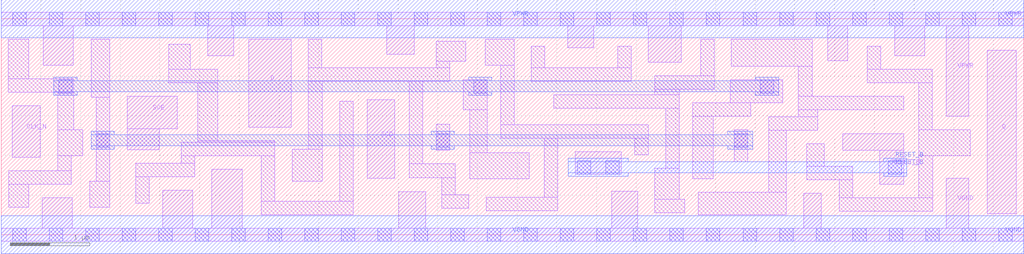
<source format=lef>
# Copyright 2020 The SkyWater PDK Authors
#
# Licensed under the Apache License, Version 2.0 (the "License");
# you may not use this file except in compliance with the License.
# You may obtain a copy of the License at
#
#     https://www.apache.org/licenses/LICENSE-2.0
#
# Unless required by applicable law or agreed to in writing, software
# distributed under the License is distributed on an "AS IS" BASIS,
# WITHOUT WARRANTIES OR CONDITIONS OF ANY KIND, either express or implied.
# See the License for the specific language governing permissions and
# limitations under the License.
#
# SPDX-License-Identifier: Apache-2.0

VERSION 5.7 ;
  NAMESCASESENSITIVE ON ;
  NOWIREEXTENSIONATPIN ON ;
  DIVIDERCHAR "/" ;
  BUSBITCHARS "[]" ;
UNITS
  DATABASE MICRONS 200 ;
END UNITS
PROPERTYDEFINITIONS
  MACRO maskLayoutSubType STRING ;
  MACRO prCellType STRING ;
  MACRO originalViewName STRING ;
END PROPERTYDEFINITIONS
MACRO sky130_fd_sc_hdll__sdfrtn_1
  CLASS CORE ;
  FOREIGN sky130_fd_sc_hdll__sdfrtn_1 ;
  ORIGIN  0.000000  0.000000 ;
  SIZE  12.88000 BY  2.720000 ;
  SYMMETRY X Y R90 ;
  SITE unithd ;
  PIN CLK_N
    ANTENNAGATEAREA  0.277500 ;
    DIRECTION INPUT ;
    USE SIGNAL ;
    PORT
      LAYER li1 ;
        RECT 0.140000 0.975000 0.490000 1.625000 ;
    END
  END CLK_N
  PIN D
    ANTENNAGATEAREA  0.160200 ;
    DIRECTION INPUT ;
    USE SIGNAL ;
    PORT
      LAYER li1 ;
        RECT 3.120000 1.355000 3.655000 2.465000 ;
    END
  END D
  PIN Q
    ANTENNADIFFAREA  0.513250 ;
    DIRECTION OUTPUT ;
    USE SIGNAL ;
    PORT
      LAYER li1 ;
        RECT 12.420000 0.265000 12.785000 2.325000 ;
    END
  END Q
  PIN RESET_B
    ANTENNAGATEAREA  0.277200 ;
    DIRECTION INPUT ;
    USE SIGNAL ;
    PORT
      LAYER li1 ;
        RECT  7.230000 0.765000  7.810000 1.045000 ;
        RECT 10.600000 1.065000 11.370000 1.275000 ;
        RECT 11.065000 0.635000 11.370000 1.065000 ;
      LAYER mcon ;
        RECT  7.255000 0.765000  7.425000 0.935000 ;
        RECT  7.615000 0.765000  7.785000 0.935000 ;
        RECT 11.175000 0.765000 11.345000 0.935000 ;
      LAYER met1 ;
        RECT  7.145000 0.735000  7.900000 0.780000 ;
        RECT  7.145000 0.780000 11.405000 0.920000 ;
        RECT  7.145000 0.920000  7.900000 0.965000 ;
        RECT 11.115000 0.735000 11.405000 0.780000 ;
        RECT 11.115000 0.920000 11.405000 0.965000 ;
    END
  END RESET_B
  PIN SCD
    ANTENNAGATEAREA  0.172800 ;
    DIRECTION INPUT ;
    USE SIGNAL ;
    PORT
      LAYER li1 ;
        RECT 4.610000 0.710000 4.955000 1.700000 ;
    END
  END SCD
  PIN SCE
    ANTENNAGATEAREA  0.467400 ;
    DIRECTION INPUT ;
    USE SIGNAL ;
    PORT
      LAYER li1 ;
        RECT 1.585000 1.070000 1.990000 1.335000 ;
        RECT 1.585000 1.335000 2.220000 1.745000 ;
    END
  END SCE
  PIN VGND
    ANTENNADIFFAREA  1.353300 ;
    DIRECTION INOUT ;
    USE SIGNAL ;
    PORT
      LAYER li1 ;
        RECT  0.000000 -0.085000 12.880000 0.085000 ;
        RECT  0.515000  0.085000  0.895000 0.465000 ;
        RECT  2.035000  0.085000  2.415000 0.560000 ;
        RECT  2.655000  0.085000  3.035000 0.825000 ;
        RECT  5.005000  0.085000  5.350000 0.540000 ;
        RECT  7.690000  0.085000  8.020000 0.545000 ;
        RECT 10.110000  0.085000 10.330000 0.525000 ;
        RECT 11.905000  0.085000 12.190000 0.710000 ;
      LAYER mcon ;
        RECT  0.145000 -0.085000  0.315000 0.085000 ;
        RECT  0.605000 -0.085000  0.775000 0.085000 ;
        RECT  1.065000 -0.085000  1.235000 0.085000 ;
        RECT  1.525000 -0.085000  1.695000 0.085000 ;
        RECT  1.985000 -0.085000  2.155000 0.085000 ;
        RECT  2.445000 -0.085000  2.615000 0.085000 ;
        RECT  2.905000 -0.085000  3.075000 0.085000 ;
        RECT  3.365000 -0.085000  3.535000 0.085000 ;
        RECT  3.825000 -0.085000  3.995000 0.085000 ;
        RECT  4.285000 -0.085000  4.455000 0.085000 ;
        RECT  4.745000 -0.085000  4.915000 0.085000 ;
        RECT  5.205000 -0.085000  5.375000 0.085000 ;
        RECT  5.665000 -0.085000  5.835000 0.085000 ;
        RECT  6.125000 -0.085000  6.295000 0.085000 ;
        RECT  6.585000 -0.085000  6.755000 0.085000 ;
        RECT  7.045000 -0.085000  7.215000 0.085000 ;
        RECT  7.505000 -0.085000  7.675000 0.085000 ;
        RECT  7.965000 -0.085000  8.135000 0.085000 ;
        RECT  8.425000 -0.085000  8.595000 0.085000 ;
        RECT  8.885000 -0.085000  9.055000 0.085000 ;
        RECT  9.345000 -0.085000  9.515000 0.085000 ;
        RECT  9.805000 -0.085000  9.975000 0.085000 ;
        RECT 10.265000 -0.085000 10.435000 0.085000 ;
        RECT 10.725000 -0.085000 10.895000 0.085000 ;
        RECT 11.185000 -0.085000 11.355000 0.085000 ;
        RECT 11.645000 -0.085000 11.815000 0.085000 ;
        RECT 12.105000 -0.085000 12.275000 0.085000 ;
        RECT 12.565000 -0.085000 12.735000 0.085000 ;
      LAYER met1 ;
        RECT 0.000000 -0.240000 12.880000 0.240000 ;
    END
  END VGND
  PIN VPWR
    ANTENNADIFFAREA  1.639800 ;
    DIRECTION INOUT ;
    USE SIGNAL ;
    PORT
      LAYER li1 ;
        RECT  0.000000 2.635000 12.880000 2.805000 ;
        RECT  0.530000 2.135000  0.910000 2.635000 ;
        RECT  2.600000 2.255000  2.930000 2.635000 ;
        RECT  4.855000 2.275000  5.205000 2.635000 ;
        RECT  7.135000 2.355000  7.465000 2.635000 ;
        RECT  8.150000 2.175000  8.570000 2.635000 ;
        RECT 10.415000 2.195000 10.665000 2.635000 ;
        RECT 11.255000 2.255000 11.635000 2.635000 ;
        RECT 11.905000 1.495000 12.190000 2.635000 ;
      LAYER mcon ;
        RECT  0.145000 2.635000  0.315000 2.805000 ;
        RECT  0.605000 2.635000  0.775000 2.805000 ;
        RECT  1.065000 2.635000  1.235000 2.805000 ;
        RECT  1.525000 2.635000  1.695000 2.805000 ;
        RECT  1.985000 2.635000  2.155000 2.805000 ;
        RECT  2.445000 2.635000  2.615000 2.805000 ;
        RECT  2.905000 2.635000  3.075000 2.805000 ;
        RECT  3.365000 2.635000  3.535000 2.805000 ;
        RECT  3.825000 2.635000  3.995000 2.805000 ;
        RECT  4.285000 2.635000  4.455000 2.805000 ;
        RECT  4.745000 2.635000  4.915000 2.805000 ;
        RECT  5.205000 2.635000  5.375000 2.805000 ;
        RECT  5.665000 2.635000  5.835000 2.805000 ;
        RECT  6.125000 2.635000  6.295000 2.805000 ;
        RECT  6.585000 2.635000  6.755000 2.805000 ;
        RECT  7.045000 2.635000  7.215000 2.805000 ;
        RECT  7.505000 2.635000  7.675000 2.805000 ;
        RECT  7.965000 2.635000  8.135000 2.805000 ;
        RECT  8.425000 2.635000  8.595000 2.805000 ;
        RECT  8.885000 2.635000  9.055000 2.805000 ;
        RECT  9.345000 2.635000  9.515000 2.805000 ;
        RECT  9.805000 2.635000  9.975000 2.805000 ;
        RECT 10.265000 2.635000 10.435000 2.805000 ;
        RECT 10.725000 2.635000 10.895000 2.805000 ;
        RECT 11.185000 2.635000 11.355000 2.805000 ;
        RECT 11.645000 2.635000 11.815000 2.805000 ;
        RECT 12.105000 2.635000 12.275000 2.805000 ;
        RECT 12.565000 2.635000 12.735000 2.805000 ;
      LAYER met1 ;
        RECT 0.000000 2.480000 12.880000 2.960000 ;
    END
  END VPWR
  OBS
    LAYER li1 ;
      RECT  0.090000 1.795000  0.915000 1.965000 ;
      RECT  0.090000 1.965000  0.345000 2.465000 ;
      RECT  0.095000 0.345000  0.345000 0.635000 ;
      RECT  0.095000 0.635000  0.885000 0.805000 ;
      RECT  0.710000 0.805000  0.885000 0.995000 ;
      RECT  0.710000 0.995000  1.025000 1.325000 ;
      RECT  0.710000 1.325000  0.915000 1.795000 ;
      RECT  1.115000 0.345000  1.365000 0.675000 ;
      RECT  1.135000 1.730000  1.365000 2.465000 ;
      RECT  1.195000 0.675000  1.365000 1.730000 ;
      RECT  1.695000 0.395000  1.865000 0.730000 ;
      RECT  1.695000 0.730000  2.435000 0.900000 ;
      RECT  2.110000 1.915000  2.730000 2.085000 ;
      RECT  2.110000 2.085000  2.380000 2.400000 ;
      RECT  2.265000 0.900000  2.435000 0.995000 ;
      RECT  2.265000 0.995000  3.445000 1.165000 ;
      RECT  2.475000 1.165000  3.445000 1.185000 ;
      RECT  2.475000 1.185000  2.730000 1.915000 ;
      RECT  3.275000 0.255000  4.435000 0.425000 ;
      RECT  3.275000 0.425000  3.445000 0.995000 ;
      RECT  3.665000 0.675000  4.045000 1.075000 ;
      RECT  3.870000 1.075000  4.045000 1.935000 ;
      RECT  3.870000 1.935000  5.650000 2.105000 ;
      RECT  3.870000 2.105000  4.040000 2.465000 ;
      RECT  4.265000 0.425000  4.435000 1.685000 ;
      RECT  5.140000 0.715000  5.720000 0.895000 ;
      RECT  5.140000 0.895000  5.310000 1.935000 ;
      RECT  5.480000 1.065000  5.650000 1.395000 ;
      RECT  5.480000 2.105000  5.650000 2.185000 ;
      RECT  5.480000 2.185000  5.850000 2.435000 ;
      RECT  5.550000 0.335000  5.890000 0.505000 ;
      RECT  5.550000 0.505000  5.720000 0.715000 ;
      RECT  5.820000 1.575000  6.120000 1.955000 ;
      RECT  5.900000 0.705000  6.650000 1.035000 ;
      RECT  5.900000 1.035000  6.120000 1.575000 ;
      RECT  6.095000 2.135000  6.460000 2.465000 ;
      RECT  6.110000 0.305000  7.010000 0.475000 ;
      RECT  6.290000 1.215000  8.150000 1.385000 ;
      RECT  6.290000 1.385000  6.460000 2.135000 ;
      RECT  6.680000 1.935000  7.940000 2.105000 ;
      RECT  6.680000 2.105000  6.850000 2.375000 ;
      RECT  6.840000 0.475000  7.010000 1.215000 ;
      RECT  6.960000 1.595000  8.540000 1.765000 ;
      RECT  7.770000 2.105000  7.940000 2.375000 ;
      RECT  7.980000 1.005000  8.150000 1.215000 ;
      RECT  8.230000 0.275000  8.610000 0.445000 ;
      RECT  8.230000 0.445000  8.540000 0.835000 ;
      RECT  8.230000 1.765000  8.540000 1.835000 ;
      RECT  8.230000 1.835000  8.985000 2.005000 ;
      RECT  8.370000 0.835000  8.540000 1.595000 ;
      RECT  8.710000 0.705000  8.970000 1.495000 ;
      RECT  8.710000 1.495000  9.445000 1.660000 ;
      RECT  8.710000 1.660000  9.845000 1.665000 ;
      RECT  8.780000 0.255000  9.890000 0.535000 ;
      RECT  8.815000 2.005000  8.985000 2.465000 ;
      RECT  9.185000 1.665000  9.845000 1.955000 ;
      RECT  9.195000 2.125000 10.215000 2.465000 ;
      RECT  9.235000 0.920000  9.405000 1.325000 ;
      RECT  9.670000 0.535000  9.890000 1.315000 ;
      RECT  9.670000 1.315000 10.285000 1.485000 ;
      RECT 10.040000 1.485000 10.285000 1.575000 ;
      RECT 10.040000 1.575000 11.370000 1.745000 ;
      RECT 10.040000 1.745000 10.215000 2.125000 ;
      RECT 10.150000 0.695000 10.730000 0.865000 ;
      RECT 10.150000 0.865000 10.370000 1.145000 ;
      RECT 10.560000 0.295000 11.735000 0.465000 ;
      RECT 10.560000 0.465000 10.730000 0.695000 ;
      RECT 10.910000 1.915000 11.730000 2.085000 ;
      RECT 10.910000 2.085000 11.080000 2.375000 ;
      RECT 11.560000 0.465000 11.735000 0.995000 ;
      RECT 11.560000 0.995000 12.205000 1.325000 ;
      RECT 11.560000 1.325000 11.730000 1.915000 ;
    LAYER mcon ;
      RECT 0.725000 1.785000 0.895000 1.955000 ;
      RECT 1.195000 1.105000 1.365000 1.275000 ;
      RECT 5.480000 1.105000 5.650000 1.275000 ;
      RECT 5.950000 1.785000 6.120000 1.955000 ;
      RECT 9.235000 1.105000 9.405000 1.275000 ;
      RECT 9.565000 1.785000 9.735000 1.955000 ;
    LAYER met1 ;
      RECT 0.660000 1.755000 0.960000 1.800000 ;
      RECT 0.660000 1.800000 9.795000 1.940000 ;
      RECT 0.660000 1.940000 0.960000 1.985000 ;
      RECT 1.135000 1.075000 1.425000 1.120000 ;
      RECT 1.135000 1.120000 9.465000 1.260000 ;
      RECT 1.135000 1.260000 1.425000 1.305000 ;
      RECT 5.420000 1.075000 5.710000 1.120000 ;
      RECT 5.420000 1.260000 5.710000 1.305000 ;
      RECT 5.890000 1.755000 6.180000 1.800000 ;
      RECT 5.890000 1.940000 6.180000 1.985000 ;
      RECT 9.155000 1.075000 9.465000 1.120000 ;
      RECT 9.155000 1.260000 9.465000 1.305000 ;
      RECT 9.500000 1.755000 9.795000 1.800000 ;
      RECT 9.500000 1.940000 9.795000 1.985000 ;
  END
  PROPERTY maskLayoutSubType "abstract" ;
  PROPERTY prCellType "standard" ;
  PROPERTY originalViewName "layout" ;
END sky130_fd_sc_hdll__sdfrtn_1

</source>
